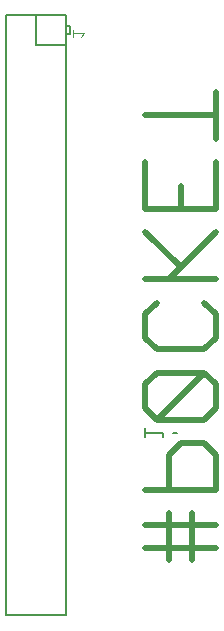
<source format=gbo>
G75*
%MOIN*%
%OFA0B0*%
%FSLAX25Y25*%
%IPPOS*%
%LPD*%
%AMOC8*
5,1,8,0,0,1.08239X$1,22.5*
%
%ADD10C,0.02000*%
%ADD11C,0.00800*%
%ADD12C,0.00500*%
%ADD13C,0.00400*%
D10*
X0056479Y0058020D02*
X0079899Y0058020D01*
X0079899Y0065827D02*
X0056479Y0065827D01*
X0056479Y0077505D02*
X0079899Y0077505D01*
X0079899Y0089215D01*
X0075995Y0093118D01*
X0068189Y0093118D01*
X0064285Y0089215D01*
X0064285Y0077505D01*
X0064285Y0069730D02*
X0064285Y0054117D01*
X0072092Y0054117D02*
X0072092Y0065827D01*
X0072092Y0069730D01*
X0075995Y0100892D02*
X0060382Y0100892D01*
X0075995Y0116506D01*
X0060382Y0116506D01*
X0056479Y0112602D01*
X0056479Y0104796D01*
X0060382Y0100892D01*
X0060382Y0124280D02*
X0056479Y0128184D01*
X0056479Y0135990D01*
X0060382Y0139894D01*
X0064285Y0147668D02*
X0079899Y0163282D01*
X0079899Y0171056D02*
X0056479Y0171056D01*
X0056479Y0186670D01*
X0056479Y0202251D02*
X0079899Y0202251D01*
X0079899Y0194444D02*
X0079899Y0210058D01*
X0079899Y0186670D02*
X0079899Y0171056D01*
X0079899Y0147668D02*
X0056479Y0147668D01*
X0068189Y0151572D02*
X0056479Y0163282D01*
X0068189Y0171056D02*
X0068189Y0178863D01*
X0075995Y0139894D02*
X0079899Y0135990D01*
X0079899Y0128184D01*
X0075995Y0124280D01*
X0060382Y0124280D01*
X0075995Y0116506D02*
X0079899Y0112602D01*
X0079899Y0104796D01*
X0075995Y0100892D01*
D11*
X0067121Y0096551D02*
X0065586Y0096551D01*
X0062517Y0096551D02*
X0062517Y0095017D01*
X0062517Y0096551D02*
X0056379Y0096551D01*
X0056379Y0095017D02*
X0056379Y0098086D01*
D12*
X0010048Y0035664D02*
X0010048Y0235664D01*
X0020048Y0235664D01*
X0020048Y0225664D01*
X0030048Y0225664D01*
X0030048Y0035664D01*
X0010048Y0035664D01*
X0030048Y0225664D02*
X0030048Y0229414D01*
X0031298Y0229414D01*
X0031298Y0231914D01*
X0030048Y0231914D01*
X0030048Y0229414D01*
X0030048Y0231914D02*
X0030048Y0235664D01*
X0020048Y0235664D01*
D13*
X0032498Y0230833D02*
X0032498Y0228431D01*
X0032498Y0229632D02*
X0036101Y0229632D01*
X0034900Y0228431D01*
M02*

</source>
